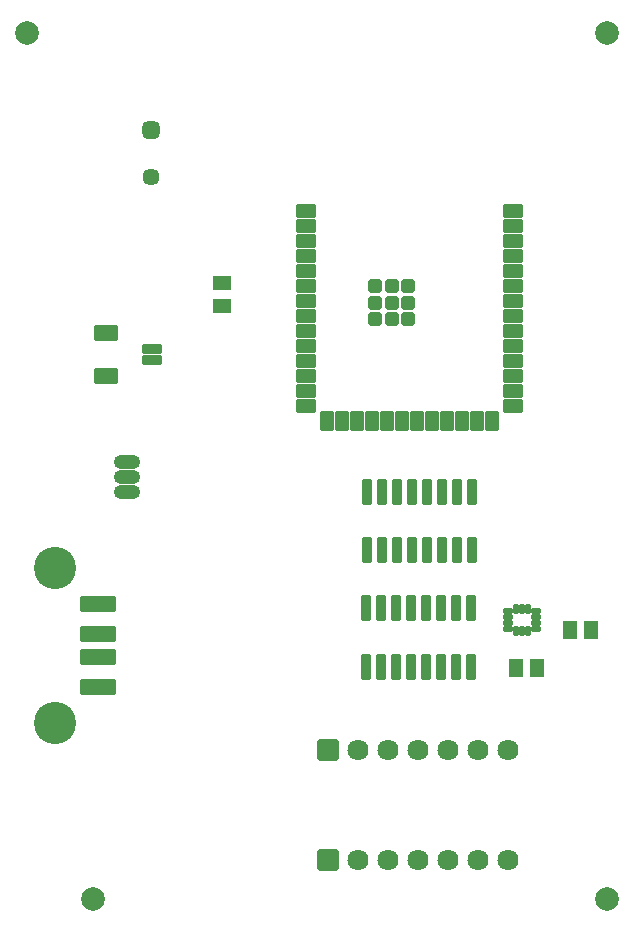
<source format=gts>
G04 #@! TF.GenerationSoftware,KiCad,Pcbnew,7.0.10*
G04 #@! TF.CreationDate,2024-03-13T20:36:13-05:00*
G04 #@! TF.ProjectId,445_Left_Bicep,3434355f-4c65-4667-945f-42696365702e,rev?*
G04 #@! TF.SameCoordinates,Original*
G04 #@! TF.FileFunction,Soldermask,Top*
G04 #@! TF.FilePolarity,Negative*
%FSLAX46Y46*%
G04 Gerber Fmt 4.6, Leading zero omitted, Abs format (unit mm)*
G04 Created by KiCad (PCBNEW 7.0.10) date 2024-03-13 20:36:13*
%MOMM*%
%LPD*%
G01*
G04 APERTURE LIST*
G04 Aperture macros list*
%AMRoundRect*
0 Rectangle with rounded corners*
0 $1 Rounding radius*
0 $2 $3 $4 $5 $6 $7 $8 $9 X,Y pos of 4 corners*
0 Add a 4 corners polygon primitive as box body*
4,1,4,$2,$3,$4,$5,$6,$7,$8,$9,$2,$3,0*
0 Add four circle primitives for the rounded corners*
1,1,$1+$1,$2,$3*
1,1,$1+$1,$4,$5*
1,1,$1+$1,$6,$7*
1,1,$1+$1,$8,$9*
0 Add four rect primitives between the rounded corners*
20,1,$1+$1,$2,$3,$4,$5,0*
20,1,$1+$1,$4,$5,$6,$7,0*
20,1,$1+$1,$6,$7,$8,$9,0*
20,1,$1+$1,$8,$9,$2,$3,0*%
G04 Aperture macros list end*
%ADD10RoundRect,0.102000X-0.750000X-0.450000X0.750000X-0.450000X0.750000X0.450000X-0.750000X0.450000X0*%
%ADD11RoundRect,0.102000X-0.450000X-0.750000X0.450000X-0.750000X0.450000X0.750000X-0.450000X0.750000X0*%
%ADD12RoundRect,0.102000X-0.450000X-0.450000X0.450000X-0.450000X0.450000X0.450000X-0.450000X0.450000X0*%
%ADD13RoundRect,0.102000X-0.795000X-0.795000X0.795000X-0.795000X0.795000X0.795000X-0.795000X0.795000X0*%
%ADD14C,1.794000*%
%ADD15RoundRect,0.102000X-0.775000X-0.300000X0.775000X-0.300000X0.775000X0.300000X-0.775000X0.300000X0*%
%ADD16RoundRect,0.102000X-0.900000X-0.600000X0.900000X-0.600000X0.900000X0.600000X-0.900000X0.600000X0*%
%ADD17RoundRect,0.056280X0.345720X-1.030720X0.345720X1.030720X-0.345720X1.030720X-0.345720X-1.030720X0*%
%ADD18C,2.000000*%
%ADD19O,2.236000X1.220000*%
%ADD20RoundRect,0.363100X-0.363100X-0.363100X0.363100X-0.363100X0.363100X0.363100X-0.363100X0.363100X0*%
%ADD21C,1.452400*%
%ADD22RoundRect,0.102000X-1.440000X0.560000X-1.440000X-0.560000X1.440000X-0.560000X1.440000X0.560000X0*%
%ADD23C,3.580000*%
%ADD24RoundRect,0.102000X-0.525000X-0.690000X0.525000X-0.690000X0.525000X0.690000X-0.525000X0.690000X0*%
%ADD25RoundRect,0.102000X-0.300000X-0.175000X0.300000X-0.175000X0.300000X0.175000X-0.300000X0.175000X0*%
%ADD26RoundRect,0.102000X0.175000X-0.300000X0.175000X0.300000X-0.175000X0.300000X-0.175000X-0.300000X0*%
%ADD27RoundRect,0.102000X0.525000X0.690000X-0.525000X0.690000X-0.525000X-0.690000X0.525000X-0.690000X0*%
%ADD28RoundRect,0.102000X-0.690000X0.505000X-0.690000X-0.505000X0.690000X-0.505000X0.690000X0.505000X0*%
G04 APERTURE END LIST*
D10*
X128156000Y-74750000D03*
X128156000Y-76020000D03*
X128156000Y-77290000D03*
X128156000Y-78560000D03*
X128156000Y-79830000D03*
X128156000Y-81100000D03*
X128156000Y-82370000D03*
X128156000Y-83640000D03*
X128156000Y-84910000D03*
X128156000Y-86180000D03*
X128156000Y-87450000D03*
X128156000Y-88720000D03*
X128156000Y-89990000D03*
X128156000Y-91260000D03*
D11*
X129921000Y-92510000D03*
X131191000Y-92510000D03*
X132461000Y-92510000D03*
X133731000Y-92510000D03*
X135001000Y-92510000D03*
X136271000Y-92510000D03*
X137541000Y-92510000D03*
X138811000Y-92510000D03*
X140081000Y-92510000D03*
X141351000Y-92510000D03*
X142621000Y-92510000D03*
X143891000Y-92510000D03*
D10*
X145656000Y-91260000D03*
X145656000Y-89990000D03*
X145656000Y-88720000D03*
X145656000Y-87450000D03*
X145656000Y-86180000D03*
X145656000Y-84910000D03*
X145656000Y-83640000D03*
X145656000Y-82370000D03*
X145656000Y-81100000D03*
X145656000Y-79830000D03*
X145656000Y-78560000D03*
X145656000Y-77290000D03*
X145656000Y-76020000D03*
X145656000Y-74750000D03*
D12*
X135406000Y-82470000D03*
X134006000Y-82470000D03*
X136806000Y-82470000D03*
X134006000Y-83870000D03*
X135406000Y-83870000D03*
X136806000Y-83870000D03*
X134006000Y-81070000D03*
X135406000Y-81070000D03*
X136806000Y-81070000D03*
D13*
X130048000Y-129667000D03*
D14*
X132588000Y-129667000D03*
X135128000Y-129667000D03*
X137668000Y-129667000D03*
X140208000Y-129667000D03*
X142748000Y-129667000D03*
X145288000Y-129667000D03*
D15*
X115132000Y-86368000D03*
X115132000Y-87368000D03*
D16*
X111257000Y-85068000D03*
X111257000Y-88668000D03*
D17*
X133350000Y-103440000D03*
X134620000Y-103440000D03*
X135890000Y-103440000D03*
X137160000Y-103440000D03*
X138430000Y-103440000D03*
X139700000Y-103440000D03*
X140970000Y-103440000D03*
X142240000Y-103440000D03*
X142240000Y-98490000D03*
X140970000Y-98490000D03*
X139700000Y-98490000D03*
X138430000Y-98490000D03*
X137160000Y-98490000D03*
X135890000Y-98490000D03*
X134620000Y-98490000D03*
X133350000Y-98490000D03*
D18*
X153670000Y-59690000D03*
D19*
X113030000Y-96012000D03*
X113030000Y-97282000D03*
X113030000Y-98552000D03*
D18*
X153670000Y-132969000D03*
D13*
X130048000Y-120396000D03*
D14*
X132588000Y-120396000D03*
X135128000Y-120396000D03*
X137668000Y-120396000D03*
X140208000Y-120396000D03*
X142748000Y-120396000D03*
X145288000Y-120396000D03*
D20*
X115062000Y-67882000D03*
D21*
X115062000Y-71882000D03*
D22*
X110514000Y-108006000D03*
X110514000Y-110506000D03*
X110514000Y-112506000D03*
X110514000Y-115006000D03*
D23*
X106934000Y-104936000D03*
X106934000Y-118076000D03*
D24*
X150494000Y-110236000D03*
X152274000Y-110236000D03*
D25*
X145271000Y-108597000D03*
X145271000Y-109097000D03*
X145271000Y-109597000D03*
X145271000Y-110097000D03*
D26*
X145931000Y-110257000D03*
X146431000Y-110257000D03*
X146931000Y-110257000D03*
D25*
X147591000Y-110097000D03*
X147591000Y-109597000D03*
X147591000Y-109097000D03*
X147591000Y-108597000D03*
D26*
X146931000Y-108437000D03*
X146431000Y-108437000D03*
X145931000Y-108437000D03*
D27*
X147702000Y-113411000D03*
X145922000Y-113411000D03*
D18*
X110109000Y-132969000D03*
X104521000Y-59690000D03*
D28*
X121031000Y-80838000D03*
X121031000Y-82738000D03*
D17*
X133223000Y-113295000D03*
X134493000Y-113295000D03*
X135763000Y-113295000D03*
X137033000Y-113295000D03*
X138303000Y-113295000D03*
X139573000Y-113295000D03*
X140843000Y-113295000D03*
X142113000Y-113295000D03*
X142113000Y-108345000D03*
X140843000Y-108345000D03*
X139573000Y-108345000D03*
X138303000Y-108345000D03*
X137033000Y-108345000D03*
X135763000Y-108345000D03*
X134493000Y-108345000D03*
X133223000Y-108345000D03*
M02*

</source>
